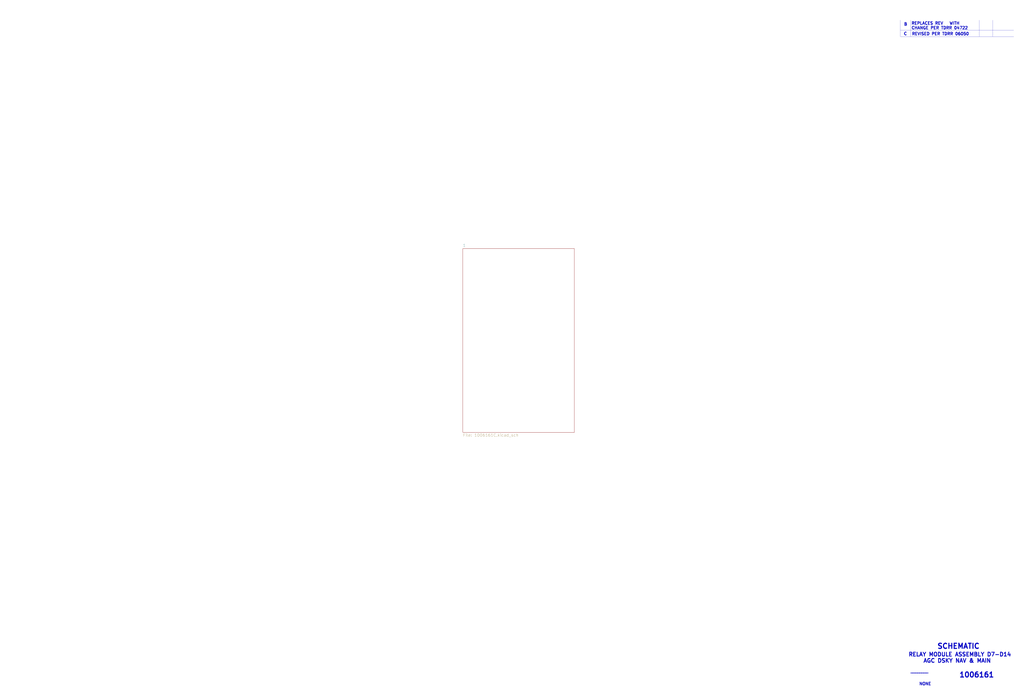
<source format=kicad_sch>
(kicad_sch (version 20211123) (generator eeschema)
  (paper "User" 1270 863.6)
  (lib_symbols)
  (polyline (pts (xy 1214.374 25.019) (xy 1214.374 45.339)) (stroke (width 0) (type solid)))
  (polyline (pts (xy 1116.711 45.339) (xy 1257.3 45.339)) (stroke (width 0) (type solid)))
  (polyline (pts (xy 1116.711 25.019) (xy 1116.711 45.339)) (stroke (width 0) (type solid)))
  (polyline (pts (xy 1231.138 25.019) (xy 1231.138 45.339)) (stroke (width 0) (type solid)))
  (polyline (pts (xy 1129.411 25.019) (xy 1129.411 45.339)) (stroke (width 0) (type solid)))
  (polyline (pts (xy 1116.711 37.338) (xy 1257.3 37.338)) (stroke (width 0) (type solid)))
  (text "REVISED PER TDRR 06050" (at 1130.681 44.196 0) (effects (font (size 3.556 3.556) (thickness 0.7112) bold) (justify left bottom)))
  (text "RELAY MODULE ASSEMBLY D7-D14\n     AGC DSKY NAV & MAIN" (at 1126.49 822.96 0) (effects (font (size 4.826 4.826) (thickness 0.9652) bold) (justify left bottom)))
  (text "1006161" (at 1189.355 841.375 0) (effects (font (size 6.35 6.35) (thickness 1.27) bold) (justify left bottom)))
  (text "________" (at 1129.03 835.66 0) (effects (font (size 3.556 3.556) (thickness 0.7112) bold) (justify left bottom)))
  (text "SCHEMATIC" (at 1162.05 805.815 0) (effects (font (size 6.35 6.35) (thickness 1.27) bold) (justify left bottom)))
  (text "B" (at 1120.902 32.258 0) (effects (font (size 3.556 3.556) (thickness 0.7112) bold) (justify left bottom)))
  (text "C" (at 1120.648 44.069 0) (effects (font (size 3.556 3.556) (thickness 0.7112) bold) (justify left bottom)))
  (text "REPLACES REV   WITH\nCHANGE PER TDRR 04722" (at 1130.173 36.83 0) (effects (font (size 3.556 3.556) (thickness 0.7112) bold) (justify left bottom)))
  (text "NONE" (at 1139.825 850.9 0) (effects (font (size 3.556 3.556) (thickness 0.7112) bold) (justify left bottom)))
  (sheet (at 574.04 308.61) (size 138.43 227.965)
    (property "Sheet name" "1" (at 574.04 306.7554 0) (effects (font (size 3.556 3.556)) (justify left bottom)))
    (property "Sheet file" "1006161C.kicad_sch" (at 574.04 538.074 0) (effects (font (size 3.556 3.556)) (justify left top)))
  )
)
</source>
